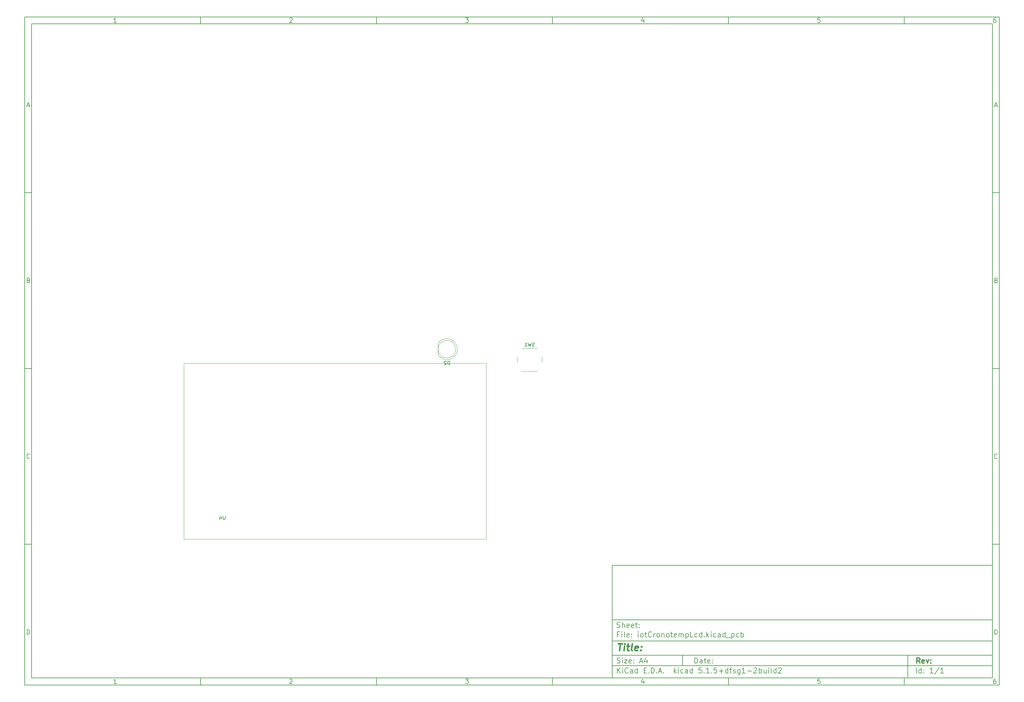
<source format=gbr>
%TF.GenerationSoftware,KiCad,Pcbnew,5.1.5+dfsg1-2build2*%
%TF.CreationDate,2021-01-19T23:04:30+01:00*%
%TF.ProjectId,iotCronotempLcd,696f7443-726f-46e6-9f74-656d704c6364,rev?*%
%TF.SameCoordinates,Original*%
%TF.FileFunction,Legend,Bot*%
%TF.FilePolarity,Positive*%
%FSLAX46Y46*%
G04 Gerber Fmt 4.6, Leading zero omitted, Abs format (unit mm)*
G04 Created by KiCad (PCBNEW 5.1.5+dfsg1-2build2) date 2021-01-19 23:04:30*
%MOMM*%
%LPD*%
G04 APERTURE LIST*
%ADD10C,0.100000*%
%ADD11C,0.150000*%
%ADD12C,0.300000*%
%ADD13C,0.400000*%
%ADD14C,0.120000*%
G04 APERTURE END LIST*
D10*
D11*
X177002200Y-166007200D02*
X177002200Y-198007200D01*
X285002200Y-198007200D01*
X285002200Y-166007200D01*
X177002200Y-166007200D01*
D10*
D11*
X10000000Y-10000000D02*
X10000000Y-200007200D01*
X287002200Y-200007200D01*
X287002200Y-10000000D01*
X10000000Y-10000000D01*
D10*
D11*
X12000000Y-12000000D02*
X12000000Y-198007200D01*
X285002200Y-198007200D01*
X285002200Y-12000000D01*
X12000000Y-12000000D01*
D10*
D11*
X60000000Y-12000000D02*
X60000000Y-10000000D01*
D10*
D11*
X110000000Y-12000000D02*
X110000000Y-10000000D01*
D10*
D11*
X160000000Y-12000000D02*
X160000000Y-10000000D01*
D10*
D11*
X210000000Y-12000000D02*
X210000000Y-10000000D01*
D10*
D11*
X260000000Y-12000000D02*
X260000000Y-10000000D01*
D10*
D11*
X36065476Y-11588095D02*
X35322619Y-11588095D01*
X35694047Y-11588095D02*
X35694047Y-10288095D01*
X35570238Y-10473809D01*
X35446428Y-10597619D01*
X35322619Y-10659523D01*
D10*
D11*
X85322619Y-10411904D02*
X85384523Y-10350000D01*
X85508333Y-10288095D01*
X85817857Y-10288095D01*
X85941666Y-10350000D01*
X86003571Y-10411904D01*
X86065476Y-10535714D01*
X86065476Y-10659523D01*
X86003571Y-10845238D01*
X85260714Y-11588095D01*
X86065476Y-11588095D01*
D10*
D11*
X135260714Y-10288095D02*
X136065476Y-10288095D01*
X135632142Y-10783333D01*
X135817857Y-10783333D01*
X135941666Y-10845238D01*
X136003571Y-10907142D01*
X136065476Y-11030952D01*
X136065476Y-11340476D01*
X136003571Y-11464285D01*
X135941666Y-11526190D01*
X135817857Y-11588095D01*
X135446428Y-11588095D01*
X135322619Y-11526190D01*
X135260714Y-11464285D01*
D10*
D11*
X185941666Y-10721428D02*
X185941666Y-11588095D01*
X185632142Y-10226190D02*
X185322619Y-11154761D01*
X186127380Y-11154761D01*
D10*
D11*
X236003571Y-10288095D02*
X235384523Y-10288095D01*
X235322619Y-10907142D01*
X235384523Y-10845238D01*
X235508333Y-10783333D01*
X235817857Y-10783333D01*
X235941666Y-10845238D01*
X236003571Y-10907142D01*
X236065476Y-11030952D01*
X236065476Y-11340476D01*
X236003571Y-11464285D01*
X235941666Y-11526190D01*
X235817857Y-11588095D01*
X235508333Y-11588095D01*
X235384523Y-11526190D01*
X235322619Y-11464285D01*
D10*
D11*
X285941666Y-10288095D02*
X285694047Y-10288095D01*
X285570238Y-10350000D01*
X285508333Y-10411904D01*
X285384523Y-10597619D01*
X285322619Y-10845238D01*
X285322619Y-11340476D01*
X285384523Y-11464285D01*
X285446428Y-11526190D01*
X285570238Y-11588095D01*
X285817857Y-11588095D01*
X285941666Y-11526190D01*
X286003571Y-11464285D01*
X286065476Y-11340476D01*
X286065476Y-11030952D01*
X286003571Y-10907142D01*
X285941666Y-10845238D01*
X285817857Y-10783333D01*
X285570238Y-10783333D01*
X285446428Y-10845238D01*
X285384523Y-10907142D01*
X285322619Y-11030952D01*
D10*
D11*
X60000000Y-198007200D02*
X60000000Y-200007200D01*
D10*
D11*
X110000000Y-198007200D02*
X110000000Y-200007200D01*
D10*
D11*
X160000000Y-198007200D02*
X160000000Y-200007200D01*
D10*
D11*
X210000000Y-198007200D02*
X210000000Y-200007200D01*
D10*
D11*
X260000000Y-198007200D02*
X260000000Y-200007200D01*
D10*
D11*
X36065476Y-199595295D02*
X35322619Y-199595295D01*
X35694047Y-199595295D02*
X35694047Y-198295295D01*
X35570238Y-198481009D01*
X35446428Y-198604819D01*
X35322619Y-198666723D01*
D10*
D11*
X85322619Y-198419104D02*
X85384523Y-198357200D01*
X85508333Y-198295295D01*
X85817857Y-198295295D01*
X85941666Y-198357200D01*
X86003571Y-198419104D01*
X86065476Y-198542914D01*
X86065476Y-198666723D01*
X86003571Y-198852438D01*
X85260714Y-199595295D01*
X86065476Y-199595295D01*
D10*
D11*
X135260714Y-198295295D02*
X136065476Y-198295295D01*
X135632142Y-198790533D01*
X135817857Y-198790533D01*
X135941666Y-198852438D01*
X136003571Y-198914342D01*
X136065476Y-199038152D01*
X136065476Y-199347676D01*
X136003571Y-199471485D01*
X135941666Y-199533390D01*
X135817857Y-199595295D01*
X135446428Y-199595295D01*
X135322619Y-199533390D01*
X135260714Y-199471485D01*
D10*
D11*
X185941666Y-198728628D02*
X185941666Y-199595295D01*
X185632142Y-198233390D02*
X185322619Y-199161961D01*
X186127380Y-199161961D01*
D10*
D11*
X236003571Y-198295295D02*
X235384523Y-198295295D01*
X235322619Y-198914342D01*
X235384523Y-198852438D01*
X235508333Y-198790533D01*
X235817857Y-198790533D01*
X235941666Y-198852438D01*
X236003571Y-198914342D01*
X236065476Y-199038152D01*
X236065476Y-199347676D01*
X236003571Y-199471485D01*
X235941666Y-199533390D01*
X235817857Y-199595295D01*
X235508333Y-199595295D01*
X235384523Y-199533390D01*
X235322619Y-199471485D01*
D10*
D11*
X285941666Y-198295295D02*
X285694047Y-198295295D01*
X285570238Y-198357200D01*
X285508333Y-198419104D01*
X285384523Y-198604819D01*
X285322619Y-198852438D01*
X285322619Y-199347676D01*
X285384523Y-199471485D01*
X285446428Y-199533390D01*
X285570238Y-199595295D01*
X285817857Y-199595295D01*
X285941666Y-199533390D01*
X286003571Y-199471485D01*
X286065476Y-199347676D01*
X286065476Y-199038152D01*
X286003571Y-198914342D01*
X285941666Y-198852438D01*
X285817857Y-198790533D01*
X285570238Y-198790533D01*
X285446428Y-198852438D01*
X285384523Y-198914342D01*
X285322619Y-199038152D01*
D10*
D11*
X10000000Y-60000000D02*
X12000000Y-60000000D01*
D10*
D11*
X10000000Y-110000000D02*
X12000000Y-110000000D01*
D10*
D11*
X10000000Y-160000000D02*
X12000000Y-160000000D01*
D10*
D11*
X10690476Y-35216666D02*
X11309523Y-35216666D01*
X10566666Y-35588095D02*
X11000000Y-34288095D01*
X11433333Y-35588095D01*
D10*
D11*
X11092857Y-84907142D02*
X11278571Y-84969047D01*
X11340476Y-85030952D01*
X11402380Y-85154761D01*
X11402380Y-85340476D01*
X11340476Y-85464285D01*
X11278571Y-85526190D01*
X11154761Y-85588095D01*
X10659523Y-85588095D01*
X10659523Y-84288095D01*
X11092857Y-84288095D01*
X11216666Y-84350000D01*
X11278571Y-84411904D01*
X11340476Y-84535714D01*
X11340476Y-84659523D01*
X11278571Y-84783333D01*
X11216666Y-84845238D01*
X11092857Y-84907142D01*
X10659523Y-84907142D01*
D10*
D11*
X11402380Y-135464285D02*
X11340476Y-135526190D01*
X11154761Y-135588095D01*
X11030952Y-135588095D01*
X10845238Y-135526190D01*
X10721428Y-135402380D01*
X10659523Y-135278571D01*
X10597619Y-135030952D01*
X10597619Y-134845238D01*
X10659523Y-134597619D01*
X10721428Y-134473809D01*
X10845238Y-134350000D01*
X11030952Y-134288095D01*
X11154761Y-134288095D01*
X11340476Y-134350000D01*
X11402380Y-134411904D01*
D10*
D11*
X10659523Y-185588095D02*
X10659523Y-184288095D01*
X10969047Y-184288095D01*
X11154761Y-184350000D01*
X11278571Y-184473809D01*
X11340476Y-184597619D01*
X11402380Y-184845238D01*
X11402380Y-185030952D01*
X11340476Y-185278571D01*
X11278571Y-185402380D01*
X11154761Y-185526190D01*
X10969047Y-185588095D01*
X10659523Y-185588095D01*
D10*
D11*
X287002200Y-60000000D02*
X285002200Y-60000000D01*
D10*
D11*
X287002200Y-110000000D02*
X285002200Y-110000000D01*
D10*
D11*
X287002200Y-160000000D02*
X285002200Y-160000000D01*
D10*
D11*
X285692676Y-35216666D02*
X286311723Y-35216666D01*
X285568866Y-35588095D02*
X286002200Y-34288095D01*
X286435533Y-35588095D01*
D10*
D11*
X286095057Y-84907142D02*
X286280771Y-84969047D01*
X286342676Y-85030952D01*
X286404580Y-85154761D01*
X286404580Y-85340476D01*
X286342676Y-85464285D01*
X286280771Y-85526190D01*
X286156961Y-85588095D01*
X285661723Y-85588095D01*
X285661723Y-84288095D01*
X286095057Y-84288095D01*
X286218866Y-84350000D01*
X286280771Y-84411904D01*
X286342676Y-84535714D01*
X286342676Y-84659523D01*
X286280771Y-84783333D01*
X286218866Y-84845238D01*
X286095057Y-84907142D01*
X285661723Y-84907142D01*
D10*
D11*
X286404580Y-135464285D02*
X286342676Y-135526190D01*
X286156961Y-135588095D01*
X286033152Y-135588095D01*
X285847438Y-135526190D01*
X285723628Y-135402380D01*
X285661723Y-135278571D01*
X285599819Y-135030952D01*
X285599819Y-134845238D01*
X285661723Y-134597619D01*
X285723628Y-134473809D01*
X285847438Y-134350000D01*
X286033152Y-134288095D01*
X286156961Y-134288095D01*
X286342676Y-134350000D01*
X286404580Y-134411904D01*
D10*
D11*
X285661723Y-185588095D02*
X285661723Y-184288095D01*
X285971247Y-184288095D01*
X286156961Y-184350000D01*
X286280771Y-184473809D01*
X286342676Y-184597619D01*
X286404580Y-184845238D01*
X286404580Y-185030952D01*
X286342676Y-185278571D01*
X286280771Y-185402380D01*
X286156961Y-185526190D01*
X285971247Y-185588095D01*
X285661723Y-185588095D01*
D10*
D11*
X200434342Y-193785771D02*
X200434342Y-192285771D01*
X200791485Y-192285771D01*
X201005771Y-192357200D01*
X201148628Y-192500057D01*
X201220057Y-192642914D01*
X201291485Y-192928628D01*
X201291485Y-193142914D01*
X201220057Y-193428628D01*
X201148628Y-193571485D01*
X201005771Y-193714342D01*
X200791485Y-193785771D01*
X200434342Y-193785771D01*
X202577200Y-193785771D02*
X202577200Y-193000057D01*
X202505771Y-192857200D01*
X202362914Y-192785771D01*
X202077200Y-192785771D01*
X201934342Y-192857200D01*
X202577200Y-193714342D02*
X202434342Y-193785771D01*
X202077200Y-193785771D01*
X201934342Y-193714342D01*
X201862914Y-193571485D01*
X201862914Y-193428628D01*
X201934342Y-193285771D01*
X202077200Y-193214342D01*
X202434342Y-193214342D01*
X202577200Y-193142914D01*
X203077200Y-192785771D02*
X203648628Y-192785771D01*
X203291485Y-192285771D02*
X203291485Y-193571485D01*
X203362914Y-193714342D01*
X203505771Y-193785771D01*
X203648628Y-193785771D01*
X204720057Y-193714342D02*
X204577200Y-193785771D01*
X204291485Y-193785771D01*
X204148628Y-193714342D01*
X204077200Y-193571485D01*
X204077200Y-193000057D01*
X204148628Y-192857200D01*
X204291485Y-192785771D01*
X204577200Y-192785771D01*
X204720057Y-192857200D01*
X204791485Y-193000057D01*
X204791485Y-193142914D01*
X204077200Y-193285771D01*
X205434342Y-193642914D02*
X205505771Y-193714342D01*
X205434342Y-193785771D01*
X205362914Y-193714342D01*
X205434342Y-193642914D01*
X205434342Y-193785771D01*
X205434342Y-192857200D02*
X205505771Y-192928628D01*
X205434342Y-193000057D01*
X205362914Y-192928628D01*
X205434342Y-192857200D01*
X205434342Y-193000057D01*
D10*
D11*
X177002200Y-194507200D02*
X285002200Y-194507200D01*
D10*
D11*
X178434342Y-196585771D02*
X178434342Y-195085771D01*
X179291485Y-196585771D02*
X178648628Y-195728628D01*
X179291485Y-195085771D02*
X178434342Y-195942914D01*
X179934342Y-196585771D02*
X179934342Y-195585771D01*
X179934342Y-195085771D02*
X179862914Y-195157200D01*
X179934342Y-195228628D01*
X180005771Y-195157200D01*
X179934342Y-195085771D01*
X179934342Y-195228628D01*
X181505771Y-196442914D02*
X181434342Y-196514342D01*
X181220057Y-196585771D01*
X181077200Y-196585771D01*
X180862914Y-196514342D01*
X180720057Y-196371485D01*
X180648628Y-196228628D01*
X180577200Y-195942914D01*
X180577200Y-195728628D01*
X180648628Y-195442914D01*
X180720057Y-195300057D01*
X180862914Y-195157200D01*
X181077200Y-195085771D01*
X181220057Y-195085771D01*
X181434342Y-195157200D01*
X181505771Y-195228628D01*
X182791485Y-196585771D02*
X182791485Y-195800057D01*
X182720057Y-195657200D01*
X182577200Y-195585771D01*
X182291485Y-195585771D01*
X182148628Y-195657200D01*
X182791485Y-196514342D02*
X182648628Y-196585771D01*
X182291485Y-196585771D01*
X182148628Y-196514342D01*
X182077200Y-196371485D01*
X182077200Y-196228628D01*
X182148628Y-196085771D01*
X182291485Y-196014342D01*
X182648628Y-196014342D01*
X182791485Y-195942914D01*
X184148628Y-196585771D02*
X184148628Y-195085771D01*
X184148628Y-196514342D02*
X184005771Y-196585771D01*
X183720057Y-196585771D01*
X183577200Y-196514342D01*
X183505771Y-196442914D01*
X183434342Y-196300057D01*
X183434342Y-195871485D01*
X183505771Y-195728628D01*
X183577200Y-195657200D01*
X183720057Y-195585771D01*
X184005771Y-195585771D01*
X184148628Y-195657200D01*
X186005771Y-195800057D02*
X186505771Y-195800057D01*
X186720057Y-196585771D02*
X186005771Y-196585771D01*
X186005771Y-195085771D01*
X186720057Y-195085771D01*
X187362914Y-196442914D02*
X187434342Y-196514342D01*
X187362914Y-196585771D01*
X187291485Y-196514342D01*
X187362914Y-196442914D01*
X187362914Y-196585771D01*
X188077200Y-196585771D02*
X188077200Y-195085771D01*
X188434342Y-195085771D01*
X188648628Y-195157200D01*
X188791485Y-195300057D01*
X188862914Y-195442914D01*
X188934342Y-195728628D01*
X188934342Y-195942914D01*
X188862914Y-196228628D01*
X188791485Y-196371485D01*
X188648628Y-196514342D01*
X188434342Y-196585771D01*
X188077200Y-196585771D01*
X189577200Y-196442914D02*
X189648628Y-196514342D01*
X189577200Y-196585771D01*
X189505771Y-196514342D01*
X189577200Y-196442914D01*
X189577200Y-196585771D01*
X190220057Y-196157200D02*
X190934342Y-196157200D01*
X190077200Y-196585771D02*
X190577200Y-195085771D01*
X191077200Y-196585771D01*
X191577200Y-196442914D02*
X191648628Y-196514342D01*
X191577200Y-196585771D01*
X191505771Y-196514342D01*
X191577200Y-196442914D01*
X191577200Y-196585771D01*
X194577200Y-196585771D02*
X194577200Y-195085771D01*
X194720057Y-196014342D02*
X195148628Y-196585771D01*
X195148628Y-195585771D02*
X194577200Y-196157200D01*
X195791485Y-196585771D02*
X195791485Y-195585771D01*
X195791485Y-195085771D02*
X195720057Y-195157200D01*
X195791485Y-195228628D01*
X195862914Y-195157200D01*
X195791485Y-195085771D01*
X195791485Y-195228628D01*
X197148628Y-196514342D02*
X197005771Y-196585771D01*
X196720057Y-196585771D01*
X196577200Y-196514342D01*
X196505771Y-196442914D01*
X196434342Y-196300057D01*
X196434342Y-195871485D01*
X196505771Y-195728628D01*
X196577200Y-195657200D01*
X196720057Y-195585771D01*
X197005771Y-195585771D01*
X197148628Y-195657200D01*
X198434342Y-196585771D02*
X198434342Y-195800057D01*
X198362914Y-195657200D01*
X198220057Y-195585771D01*
X197934342Y-195585771D01*
X197791485Y-195657200D01*
X198434342Y-196514342D02*
X198291485Y-196585771D01*
X197934342Y-196585771D01*
X197791485Y-196514342D01*
X197720057Y-196371485D01*
X197720057Y-196228628D01*
X197791485Y-196085771D01*
X197934342Y-196014342D01*
X198291485Y-196014342D01*
X198434342Y-195942914D01*
X199791485Y-196585771D02*
X199791485Y-195085771D01*
X199791485Y-196514342D02*
X199648628Y-196585771D01*
X199362914Y-196585771D01*
X199220057Y-196514342D01*
X199148628Y-196442914D01*
X199077200Y-196300057D01*
X199077200Y-195871485D01*
X199148628Y-195728628D01*
X199220057Y-195657200D01*
X199362914Y-195585771D01*
X199648628Y-195585771D01*
X199791485Y-195657200D01*
X202362914Y-195085771D02*
X201648628Y-195085771D01*
X201577200Y-195800057D01*
X201648628Y-195728628D01*
X201791485Y-195657200D01*
X202148628Y-195657200D01*
X202291485Y-195728628D01*
X202362914Y-195800057D01*
X202434342Y-195942914D01*
X202434342Y-196300057D01*
X202362914Y-196442914D01*
X202291485Y-196514342D01*
X202148628Y-196585771D01*
X201791485Y-196585771D01*
X201648628Y-196514342D01*
X201577200Y-196442914D01*
X203077200Y-196442914D02*
X203148628Y-196514342D01*
X203077200Y-196585771D01*
X203005771Y-196514342D01*
X203077200Y-196442914D01*
X203077200Y-196585771D01*
X204577200Y-196585771D02*
X203720057Y-196585771D01*
X204148628Y-196585771D02*
X204148628Y-195085771D01*
X204005771Y-195300057D01*
X203862914Y-195442914D01*
X203720057Y-195514342D01*
X205220057Y-196442914D02*
X205291485Y-196514342D01*
X205220057Y-196585771D01*
X205148628Y-196514342D01*
X205220057Y-196442914D01*
X205220057Y-196585771D01*
X206648628Y-195085771D02*
X205934342Y-195085771D01*
X205862914Y-195800057D01*
X205934342Y-195728628D01*
X206077200Y-195657200D01*
X206434342Y-195657200D01*
X206577200Y-195728628D01*
X206648628Y-195800057D01*
X206720057Y-195942914D01*
X206720057Y-196300057D01*
X206648628Y-196442914D01*
X206577200Y-196514342D01*
X206434342Y-196585771D01*
X206077200Y-196585771D01*
X205934342Y-196514342D01*
X205862914Y-196442914D01*
X207362914Y-196014342D02*
X208505771Y-196014342D01*
X207934342Y-196585771D02*
X207934342Y-195442914D01*
X209862914Y-196585771D02*
X209862914Y-195085771D01*
X209862914Y-196514342D02*
X209720057Y-196585771D01*
X209434342Y-196585771D01*
X209291485Y-196514342D01*
X209220057Y-196442914D01*
X209148628Y-196300057D01*
X209148628Y-195871485D01*
X209220057Y-195728628D01*
X209291485Y-195657200D01*
X209434342Y-195585771D01*
X209720057Y-195585771D01*
X209862914Y-195657200D01*
X210362914Y-195585771D02*
X210934342Y-195585771D01*
X210577200Y-196585771D02*
X210577200Y-195300057D01*
X210648628Y-195157200D01*
X210791485Y-195085771D01*
X210934342Y-195085771D01*
X211362914Y-196514342D02*
X211505771Y-196585771D01*
X211791485Y-196585771D01*
X211934342Y-196514342D01*
X212005771Y-196371485D01*
X212005771Y-196300057D01*
X211934342Y-196157200D01*
X211791485Y-196085771D01*
X211577200Y-196085771D01*
X211434342Y-196014342D01*
X211362914Y-195871485D01*
X211362914Y-195800057D01*
X211434342Y-195657200D01*
X211577200Y-195585771D01*
X211791485Y-195585771D01*
X211934342Y-195657200D01*
X213291485Y-195585771D02*
X213291485Y-196800057D01*
X213220057Y-196942914D01*
X213148628Y-197014342D01*
X213005771Y-197085771D01*
X212791485Y-197085771D01*
X212648628Y-197014342D01*
X213291485Y-196514342D02*
X213148628Y-196585771D01*
X212862914Y-196585771D01*
X212720057Y-196514342D01*
X212648628Y-196442914D01*
X212577200Y-196300057D01*
X212577200Y-195871485D01*
X212648628Y-195728628D01*
X212720057Y-195657200D01*
X212862914Y-195585771D01*
X213148628Y-195585771D01*
X213291485Y-195657200D01*
X214791485Y-196585771D02*
X213934342Y-196585771D01*
X214362914Y-196585771D02*
X214362914Y-195085771D01*
X214220057Y-195300057D01*
X214077200Y-195442914D01*
X213934342Y-195514342D01*
X215434342Y-196014342D02*
X216577200Y-196014342D01*
X217220057Y-195228628D02*
X217291485Y-195157200D01*
X217434342Y-195085771D01*
X217791485Y-195085771D01*
X217934342Y-195157200D01*
X218005771Y-195228628D01*
X218077200Y-195371485D01*
X218077200Y-195514342D01*
X218005771Y-195728628D01*
X217148628Y-196585771D01*
X218077200Y-196585771D01*
X218720057Y-196585771D02*
X218720057Y-195085771D01*
X218720057Y-195657200D02*
X218862914Y-195585771D01*
X219148628Y-195585771D01*
X219291485Y-195657200D01*
X219362914Y-195728628D01*
X219434342Y-195871485D01*
X219434342Y-196300057D01*
X219362914Y-196442914D01*
X219291485Y-196514342D01*
X219148628Y-196585771D01*
X218862914Y-196585771D01*
X218720057Y-196514342D01*
X220720057Y-195585771D02*
X220720057Y-196585771D01*
X220077200Y-195585771D02*
X220077200Y-196371485D01*
X220148628Y-196514342D01*
X220291485Y-196585771D01*
X220505771Y-196585771D01*
X220648628Y-196514342D01*
X220720057Y-196442914D01*
X221434342Y-196585771D02*
X221434342Y-195585771D01*
X221434342Y-195085771D02*
X221362914Y-195157200D01*
X221434342Y-195228628D01*
X221505771Y-195157200D01*
X221434342Y-195085771D01*
X221434342Y-195228628D01*
X222362914Y-196585771D02*
X222220057Y-196514342D01*
X222148628Y-196371485D01*
X222148628Y-195085771D01*
X223577200Y-196585771D02*
X223577200Y-195085771D01*
X223577200Y-196514342D02*
X223434342Y-196585771D01*
X223148628Y-196585771D01*
X223005771Y-196514342D01*
X222934342Y-196442914D01*
X222862914Y-196300057D01*
X222862914Y-195871485D01*
X222934342Y-195728628D01*
X223005771Y-195657200D01*
X223148628Y-195585771D01*
X223434342Y-195585771D01*
X223577200Y-195657200D01*
X224220057Y-195228628D02*
X224291485Y-195157200D01*
X224434342Y-195085771D01*
X224791485Y-195085771D01*
X224934342Y-195157200D01*
X225005771Y-195228628D01*
X225077200Y-195371485D01*
X225077200Y-195514342D01*
X225005771Y-195728628D01*
X224148628Y-196585771D01*
X225077200Y-196585771D01*
D10*
D11*
X177002200Y-191507200D02*
X285002200Y-191507200D01*
D10*
D12*
X264411485Y-193785771D02*
X263911485Y-193071485D01*
X263554342Y-193785771D02*
X263554342Y-192285771D01*
X264125771Y-192285771D01*
X264268628Y-192357200D01*
X264340057Y-192428628D01*
X264411485Y-192571485D01*
X264411485Y-192785771D01*
X264340057Y-192928628D01*
X264268628Y-193000057D01*
X264125771Y-193071485D01*
X263554342Y-193071485D01*
X265625771Y-193714342D02*
X265482914Y-193785771D01*
X265197200Y-193785771D01*
X265054342Y-193714342D01*
X264982914Y-193571485D01*
X264982914Y-193000057D01*
X265054342Y-192857200D01*
X265197200Y-192785771D01*
X265482914Y-192785771D01*
X265625771Y-192857200D01*
X265697200Y-193000057D01*
X265697200Y-193142914D01*
X264982914Y-193285771D01*
X266197200Y-192785771D02*
X266554342Y-193785771D01*
X266911485Y-192785771D01*
X267482914Y-193642914D02*
X267554342Y-193714342D01*
X267482914Y-193785771D01*
X267411485Y-193714342D01*
X267482914Y-193642914D01*
X267482914Y-193785771D01*
X267482914Y-192857200D02*
X267554342Y-192928628D01*
X267482914Y-193000057D01*
X267411485Y-192928628D01*
X267482914Y-192857200D01*
X267482914Y-193000057D01*
D10*
D11*
X178362914Y-193714342D02*
X178577200Y-193785771D01*
X178934342Y-193785771D01*
X179077200Y-193714342D01*
X179148628Y-193642914D01*
X179220057Y-193500057D01*
X179220057Y-193357200D01*
X179148628Y-193214342D01*
X179077200Y-193142914D01*
X178934342Y-193071485D01*
X178648628Y-193000057D01*
X178505771Y-192928628D01*
X178434342Y-192857200D01*
X178362914Y-192714342D01*
X178362914Y-192571485D01*
X178434342Y-192428628D01*
X178505771Y-192357200D01*
X178648628Y-192285771D01*
X179005771Y-192285771D01*
X179220057Y-192357200D01*
X179862914Y-193785771D02*
X179862914Y-192785771D01*
X179862914Y-192285771D02*
X179791485Y-192357200D01*
X179862914Y-192428628D01*
X179934342Y-192357200D01*
X179862914Y-192285771D01*
X179862914Y-192428628D01*
X180434342Y-192785771D02*
X181220057Y-192785771D01*
X180434342Y-193785771D01*
X181220057Y-193785771D01*
X182362914Y-193714342D02*
X182220057Y-193785771D01*
X181934342Y-193785771D01*
X181791485Y-193714342D01*
X181720057Y-193571485D01*
X181720057Y-193000057D01*
X181791485Y-192857200D01*
X181934342Y-192785771D01*
X182220057Y-192785771D01*
X182362914Y-192857200D01*
X182434342Y-193000057D01*
X182434342Y-193142914D01*
X181720057Y-193285771D01*
X183077200Y-193642914D02*
X183148628Y-193714342D01*
X183077200Y-193785771D01*
X183005771Y-193714342D01*
X183077200Y-193642914D01*
X183077200Y-193785771D01*
X183077200Y-192857200D02*
X183148628Y-192928628D01*
X183077200Y-193000057D01*
X183005771Y-192928628D01*
X183077200Y-192857200D01*
X183077200Y-193000057D01*
X184862914Y-193357200D02*
X185577200Y-193357200D01*
X184720057Y-193785771D02*
X185220057Y-192285771D01*
X185720057Y-193785771D01*
X186862914Y-192785771D02*
X186862914Y-193785771D01*
X186505771Y-192214342D02*
X186148628Y-193285771D01*
X187077200Y-193285771D01*
D10*
D11*
X263434342Y-196585771D02*
X263434342Y-195085771D01*
X264791485Y-196585771D02*
X264791485Y-195085771D01*
X264791485Y-196514342D02*
X264648628Y-196585771D01*
X264362914Y-196585771D01*
X264220057Y-196514342D01*
X264148628Y-196442914D01*
X264077200Y-196300057D01*
X264077200Y-195871485D01*
X264148628Y-195728628D01*
X264220057Y-195657200D01*
X264362914Y-195585771D01*
X264648628Y-195585771D01*
X264791485Y-195657200D01*
X265505771Y-196442914D02*
X265577200Y-196514342D01*
X265505771Y-196585771D01*
X265434342Y-196514342D01*
X265505771Y-196442914D01*
X265505771Y-196585771D01*
X265505771Y-195657200D02*
X265577200Y-195728628D01*
X265505771Y-195800057D01*
X265434342Y-195728628D01*
X265505771Y-195657200D01*
X265505771Y-195800057D01*
X268148628Y-196585771D02*
X267291485Y-196585771D01*
X267720057Y-196585771D02*
X267720057Y-195085771D01*
X267577200Y-195300057D01*
X267434342Y-195442914D01*
X267291485Y-195514342D01*
X269862914Y-195014342D02*
X268577200Y-196942914D01*
X271148628Y-196585771D02*
X270291485Y-196585771D01*
X270720057Y-196585771D02*
X270720057Y-195085771D01*
X270577200Y-195300057D01*
X270434342Y-195442914D01*
X270291485Y-195514342D01*
D10*
D11*
X177002200Y-187507200D02*
X285002200Y-187507200D01*
D10*
D13*
X178714580Y-188211961D02*
X179857438Y-188211961D01*
X179036009Y-190211961D02*
X179286009Y-188211961D01*
X180274104Y-190211961D02*
X180440771Y-188878628D01*
X180524104Y-188211961D02*
X180416961Y-188307200D01*
X180500295Y-188402438D01*
X180607438Y-188307200D01*
X180524104Y-188211961D01*
X180500295Y-188402438D01*
X181107438Y-188878628D02*
X181869342Y-188878628D01*
X181476485Y-188211961D02*
X181262200Y-189926247D01*
X181333628Y-190116723D01*
X181512200Y-190211961D01*
X181702676Y-190211961D01*
X182655057Y-190211961D02*
X182476485Y-190116723D01*
X182405057Y-189926247D01*
X182619342Y-188211961D01*
X184190771Y-190116723D02*
X183988390Y-190211961D01*
X183607438Y-190211961D01*
X183428866Y-190116723D01*
X183357438Y-189926247D01*
X183452676Y-189164342D01*
X183571723Y-188973866D01*
X183774104Y-188878628D01*
X184155057Y-188878628D01*
X184333628Y-188973866D01*
X184405057Y-189164342D01*
X184381247Y-189354819D01*
X183405057Y-189545295D01*
X185155057Y-190021485D02*
X185238390Y-190116723D01*
X185131247Y-190211961D01*
X185047914Y-190116723D01*
X185155057Y-190021485D01*
X185131247Y-190211961D01*
X185286009Y-188973866D02*
X185369342Y-189069104D01*
X185262200Y-189164342D01*
X185178866Y-189069104D01*
X185286009Y-188973866D01*
X185262200Y-189164342D01*
D10*
D11*
X178934342Y-185600057D02*
X178434342Y-185600057D01*
X178434342Y-186385771D02*
X178434342Y-184885771D01*
X179148628Y-184885771D01*
X179720057Y-186385771D02*
X179720057Y-185385771D01*
X179720057Y-184885771D02*
X179648628Y-184957200D01*
X179720057Y-185028628D01*
X179791485Y-184957200D01*
X179720057Y-184885771D01*
X179720057Y-185028628D01*
X180648628Y-186385771D02*
X180505771Y-186314342D01*
X180434342Y-186171485D01*
X180434342Y-184885771D01*
X181791485Y-186314342D02*
X181648628Y-186385771D01*
X181362914Y-186385771D01*
X181220057Y-186314342D01*
X181148628Y-186171485D01*
X181148628Y-185600057D01*
X181220057Y-185457200D01*
X181362914Y-185385771D01*
X181648628Y-185385771D01*
X181791485Y-185457200D01*
X181862914Y-185600057D01*
X181862914Y-185742914D01*
X181148628Y-185885771D01*
X182505771Y-186242914D02*
X182577200Y-186314342D01*
X182505771Y-186385771D01*
X182434342Y-186314342D01*
X182505771Y-186242914D01*
X182505771Y-186385771D01*
X182505771Y-185457200D02*
X182577200Y-185528628D01*
X182505771Y-185600057D01*
X182434342Y-185528628D01*
X182505771Y-185457200D01*
X182505771Y-185600057D01*
X184362914Y-186385771D02*
X184362914Y-185385771D01*
X184362914Y-184885771D02*
X184291485Y-184957200D01*
X184362914Y-185028628D01*
X184434342Y-184957200D01*
X184362914Y-184885771D01*
X184362914Y-185028628D01*
X185291485Y-186385771D02*
X185148628Y-186314342D01*
X185077200Y-186242914D01*
X185005771Y-186100057D01*
X185005771Y-185671485D01*
X185077200Y-185528628D01*
X185148628Y-185457200D01*
X185291485Y-185385771D01*
X185505771Y-185385771D01*
X185648628Y-185457200D01*
X185720057Y-185528628D01*
X185791485Y-185671485D01*
X185791485Y-186100057D01*
X185720057Y-186242914D01*
X185648628Y-186314342D01*
X185505771Y-186385771D01*
X185291485Y-186385771D01*
X186220057Y-185385771D02*
X186791485Y-185385771D01*
X186434342Y-184885771D02*
X186434342Y-186171485D01*
X186505771Y-186314342D01*
X186648628Y-186385771D01*
X186791485Y-186385771D01*
X188148628Y-186242914D02*
X188077200Y-186314342D01*
X187862914Y-186385771D01*
X187720057Y-186385771D01*
X187505771Y-186314342D01*
X187362914Y-186171485D01*
X187291485Y-186028628D01*
X187220057Y-185742914D01*
X187220057Y-185528628D01*
X187291485Y-185242914D01*
X187362914Y-185100057D01*
X187505771Y-184957200D01*
X187720057Y-184885771D01*
X187862914Y-184885771D01*
X188077200Y-184957200D01*
X188148628Y-185028628D01*
X188791485Y-186385771D02*
X188791485Y-185385771D01*
X188791485Y-185671485D02*
X188862914Y-185528628D01*
X188934342Y-185457200D01*
X189077200Y-185385771D01*
X189220057Y-185385771D01*
X189934342Y-186385771D02*
X189791485Y-186314342D01*
X189720057Y-186242914D01*
X189648628Y-186100057D01*
X189648628Y-185671485D01*
X189720057Y-185528628D01*
X189791485Y-185457200D01*
X189934342Y-185385771D01*
X190148628Y-185385771D01*
X190291485Y-185457200D01*
X190362914Y-185528628D01*
X190434342Y-185671485D01*
X190434342Y-186100057D01*
X190362914Y-186242914D01*
X190291485Y-186314342D01*
X190148628Y-186385771D01*
X189934342Y-186385771D01*
X191077200Y-185385771D02*
X191077200Y-186385771D01*
X191077200Y-185528628D02*
X191148628Y-185457200D01*
X191291485Y-185385771D01*
X191505771Y-185385771D01*
X191648628Y-185457200D01*
X191720057Y-185600057D01*
X191720057Y-186385771D01*
X192648628Y-186385771D02*
X192505771Y-186314342D01*
X192434342Y-186242914D01*
X192362914Y-186100057D01*
X192362914Y-185671485D01*
X192434342Y-185528628D01*
X192505771Y-185457200D01*
X192648628Y-185385771D01*
X192862914Y-185385771D01*
X193005771Y-185457200D01*
X193077200Y-185528628D01*
X193148628Y-185671485D01*
X193148628Y-186100057D01*
X193077200Y-186242914D01*
X193005771Y-186314342D01*
X192862914Y-186385771D01*
X192648628Y-186385771D01*
X193577200Y-185385771D02*
X194148628Y-185385771D01*
X193791485Y-184885771D02*
X193791485Y-186171485D01*
X193862914Y-186314342D01*
X194005771Y-186385771D01*
X194148628Y-186385771D01*
X195220057Y-186314342D02*
X195077200Y-186385771D01*
X194791485Y-186385771D01*
X194648628Y-186314342D01*
X194577200Y-186171485D01*
X194577200Y-185600057D01*
X194648628Y-185457200D01*
X194791485Y-185385771D01*
X195077200Y-185385771D01*
X195220057Y-185457200D01*
X195291485Y-185600057D01*
X195291485Y-185742914D01*
X194577200Y-185885771D01*
X195934342Y-186385771D02*
X195934342Y-185385771D01*
X195934342Y-185528628D02*
X196005771Y-185457200D01*
X196148628Y-185385771D01*
X196362914Y-185385771D01*
X196505771Y-185457200D01*
X196577200Y-185600057D01*
X196577200Y-186385771D01*
X196577200Y-185600057D02*
X196648628Y-185457200D01*
X196791485Y-185385771D01*
X197005771Y-185385771D01*
X197148628Y-185457200D01*
X197220057Y-185600057D01*
X197220057Y-186385771D01*
X197934342Y-185385771D02*
X197934342Y-186885771D01*
X197934342Y-185457200D02*
X198077200Y-185385771D01*
X198362914Y-185385771D01*
X198505771Y-185457200D01*
X198577200Y-185528628D01*
X198648628Y-185671485D01*
X198648628Y-186100057D01*
X198577200Y-186242914D01*
X198505771Y-186314342D01*
X198362914Y-186385771D01*
X198077200Y-186385771D01*
X197934342Y-186314342D01*
X200005771Y-186385771D02*
X199291485Y-186385771D01*
X199291485Y-184885771D01*
X201148628Y-186314342D02*
X201005771Y-186385771D01*
X200720057Y-186385771D01*
X200577200Y-186314342D01*
X200505771Y-186242914D01*
X200434342Y-186100057D01*
X200434342Y-185671485D01*
X200505771Y-185528628D01*
X200577200Y-185457200D01*
X200720057Y-185385771D01*
X201005771Y-185385771D01*
X201148628Y-185457200D01*
X202434342Y-186385771D02*
X202434342Y-184885771D01*
X202434342Y-186314342D02*
X202291485Y-186385771D01*
X202005771Y-186385771D01*
X201862914Y-186314342D01*
X201791485Y-186242914D01*
X201720057Y-186100057D01*
X201720057Y-185671485D01*
X201791485Y-185528628D01*
X201862914Y-185457200D01*
X202005771Y-185385771D01*
X202291485Y-185385771D01*
X202434342Y-185457200D01*
X203148628Y-186242914D02*
X203220057Y-186314342D01*
X203148628Y-186385771D01*
X203077200Y-186314342D01*
X203148628Y-186242914D01*
X203148628Y-186385771D01*
X203862914Y-186385771D02*
X203862914Y-184885771D01*
X204005771Y-185814342D02*
X204434342Y-186385771D01*
X204434342Y-185385771D02*
X203862914Y-185957200D01*
X205077200Y-186385771D02*
X205077200Y-185385771D01*
X205077200Y-184885771D02*
X205005771Y-184957200D01*
X205077200Y-185028628D01*
X205148628Y-184957200D01*
X205077200Y-184885771D01*
X205077200Y-185028628D01*
X206434342Y-186314342D02*
X206291485Y-186385771D01*
X206005771Y-186385771D01*
X205862914Y-186314342D01*
X205791485Y-186242914D01*
X205720057Y-186100057D01*
X205720057Y-185671485D01*
X205791485Y-185528628D01*
X205862914Y-185457200D01*
X206005771Y-185385771D01*
X206291485Y-185385771D01*
X206434342Y-185457200D01*
X207720057Y-186385771D02*
X207720057Y-185600057D01*
X207648628Y-185457200D01*
X207505771Y-185385771D01*
X207220057Y-185385771D01*
X207077200Y-185457200D01*
X207720057Y-186314342D02*
X207577200Y-186385771D01*
X207220057Y-186385771D01*
X207077200Y-186314342D01*
X207005771Y-186171485D01*
X207005771Y-186028628D01*
X207077200Y-185885771D01*
X207220057Y-185814342D01*
X207577200Y-185814342D01*
X207720057Y-185742914D01*
X209077200Y-186385771D02*
X209077200Y-184885771D01*
X209077200Y-186314342D02*
X208934342Y-186385771D01*
X208648628Y-186385771D01*
X208505771Y-186314342D01*
X208434342Y-186242914D01*
X208362914Y-186100057D01*
X208362914Y-185671485D01*
X208434342Y-185528628D01*
X208505771Y-185457200D01*
X208648628Y-185385771D01*
X208934342Y-185385771D01*
X209077200Y-185457200D01*
X209434342Y-186528628D02*
X210577200Y-186528628D01*
X210934342Y-185385771D02*
X210934342Y-186885771D01*
X210934342Y-185457200D02*
X211077200Y-185385771D01*
X211362914Y-185385771D01*
X211505771Y-185457200D01*
X211577200Y-185528628D01*
X211648628Y-185671485D01*
X211648628Y-186100057D01*
X211577200Y-186242914D01*
X211505771Y-186314342D01*
X211362914Y-186385771D01*
X211077200Y-186385771D01*
X210934342Y-186314342D01*
X212934342Y-186314342D02*
X212791485Y-186385771D01*
X212505771Y-186385771D01*
X212362914Y-186314342D01*
X212291485Y-186242914D01*
X212220057Y-186100057D01*
X212220057Y-185671485D01*
X212291485Y-185528628D01*
X212362914Y-185457200D01*
X212505771Y-185385771D01*
X212791485Y-185385771D01*
X212934342Y-185457200D01*
X213577200Y-186385771D02*
X213577200Y-184885771D01*
X213577200Y-185457200D02*
X213720057Y-185385771D01*
X214005771Y-185385771D01*
X214148628Y-185457200D01*
X214220057Y-185528628D01*
X214291485Y-185671485D01*
X214291485Y-186100057D01*
X214220057Y-186242914D01*
X214148628Y-186314342D01*
X214005771Y-186385771D01*
X213720057Y-186385771D01*
X213577200Y-186314342D01*
D10*
D11*
X177002200Y-181507200D02*
X285002200Y-181507200D01*
D10*
D11*
X178362914Y-183614342D02*
X178577200Y-183685771D01*
X178934342Y-183685771D01*
X179077200Y-183614342D01*
X179148628Y-183542914D01*
X179220057Y-183400057D01*
X179220057Y-183257200D01*
X179148628Y-183114342D01*
X179077200Y-183042914D01*
X178934342Y-182971485D01*
X178648628Y-182900057D01*
X178505771Y-182828628D01*
X178434342Y-182757200D01*
X178362914Y-182614342D01*
X178362914Y-182471485D01*
X178434342Y-182328628D01*
X178505771Y-182257200D01*
X178648628Y-182185771D01*
X179005771Y-182185771D01*
X179220057Y-182257200D01*
X179862914Y-183685771D02*
X179862914Y-182185771D01*
X180505771Y-183685771D02*
X180505771Y-182900057D01*
X180434342Y-182757200D01*
X180291485Y-182685771D01*
X180077200Y-182685771D01*
X179934342Y-182757200D01*
X179862914Y-182828628D01*
X181791485Y-183614342D02*
X181648628Y-183685771D01*
X181362914Y-183685771D01*
X181220057Y-183614342D01*
X181148628Y-183471485D01*
X181148628Y-182900057D01*
X181220057Y-182757200D01*
X181362914Y-182685771D01*
X181648628Y-182685771D01*
X181791485Y-182757200D01*
X181862914Y-182900057D01*
X181862914Y-183042914D01*
X181148628Y-183185771D01*
X183077200Y-183614342D02*
X182934342Y-183685771D01*
X182648628Y-183685771D01*
X182505771Y-183614342D01*
X182434342Y-183471485D01*
X182434342Y-182900057D01*
X182505771Y-182757200D01*
X182648628Y-182685771D01*
X182934342Y-182685771D01*
X183077200Y-182757200D01*
X183148628Y-182900057D01*
X183148628Y-183042914D01*
X182434342Y-183185771D01*
X183577200Y-182685771D02*
X184148628Y-182685771D01*
X183791485Y-182185771D02*
X183791485Y-183471485D01*
X183862914Y-183614342D01*
X184005771Y-183685771D01*
X184148628Y-183685771D01*
X184648628Y-183542914D02*
X184720057Y-183614342D01*
X184648628Y-183685771D01*
X184577200Y-183614342D01*
X184648628Y-183542914D01*
X184648628Y-183685771D01*
X184648628Y-182757200D02*
X184720057Y-182828628D01*
X184648628Y-182900057D01*
X184577200Y-182828628D01*
X184648628Y-182757200D01*
X184648628Y-182900057D01*
D10*
D11*
X197002200Y-191507200D02*
X197002200Y-194507200D01*
D10*
D11*
X261002200Y-191507200D02*
X261002200Y-198007200D01*
D14*
%TO.C,U4*%
X55200000Y-108500000D02*
X55200000Y-158500000D01*
X141200000Y-108500000D02*
X55200000Y-108500000D01*
X141200000Y-158500000D02*
X141200000Y-108500000D01*
X55200000Y-158500000D02*
X141200000Y-158500000D01*
%TO.C,D2*%
X127440000Y-106045000D02*
X127440000Y-102955000D01*
X132500000Y-104500000D02*
G75*
G03X132500000Y-104500000I-2500000J0D01*
G01*
X132990000Y-104500462D02*
G75*
G03X127440000Y-102955170I-2990000J462D01*
G01*
X132990000Y-104499538D02*
G75*
G02X127440000Y-106044830I-2990000J-462D01*
G01*
%TO.C,SW1*%
X150000000Y-108250000D02*
X150000000Y-106750000D01*
X151250000Y-104250000D02*
X155750000Y-104250000D01*
X157000000Y-106750000D02*
X157000000Y-108250000D01*
X155750000Y-110750000D02*
X151250000Y-110750000D01*
%TO.C,U4*%
D11*
X66961904Y-151952380D02*
X66961904Y-152761904D01*
X66914285Y-152857142D01*
X66866666Y-152904761D01*
X66771428Y-152952380D01*
X66580952Y-152952380D01*
X66485714Y-152904761D01*
X66438095Y-152857142D01*
X66390476Y-152761904D01*
X66390476Y-151952380D01*
X65485714Y-152285714D02*
X65485714Y-152952380D01*
X65723809Y-151904761D02*
X65961904Y-152619047D01*
X65342857Y-152619047D01*
%TO.C,D2*%
X130738095Y-108912380D02*
X130738095Y-107912380D01*
X130500000Y-107912380D01*
X130357142Y-107960000D01*
X130261904Y-108055238D01*
X130214285Y-108150476D01*
X130166666Y-108340952D01*
X130166666Y-108483809D01*
X130214285Y-108674285D01*
X130261904Y-108769523D01*
X130357142Y-108864761D01*
X130500000Y-108912380D01*
X130738095Y-108912380D01*
X129785714Y-108007619D02*
X129738095Y-107960000D01*
X129642857Y-107912380D01*
X129404761Y-107912380D01*
X129309523Y-107960000D01*
X129261904Y-108007619D01*
X129214285Y-108102857D01*
X129214285Y-108198095D01*
X129261904Y-108340952D01*
X129833333Y-108912380D01*
X129214285Y-108912380D01*
%TO.C,SW1*%
X154833333Y-103654761D02*
X154690476Y-103702380D01*
X154452380Y-103702380D01*
X154357142Y-103654761D01*
X154309523Y-103607142D01*
X154261904Y-103511904D01*
X154261904Y-103416666D01*
X154309523Y-103321428D01*
X154357142Y-103273809D01*
X154452380Y-103226190D01*
X154642857Y-103178571D01*
X154738095Y-103130952D01*
X154785714Y-103083333D01*
X154833333Y-102988095D01*
X154833333Y-102892857D01*
X154785714Y-102797619D01*
X154738095Y-102750000D01*
X154642857Y-102702380D01*
X154404761Y-102702380D01*
X154261904Y-102750000D01*
X153928571Y-102702380D02*
X153690476Y-103702380D01*
X153500000Y-102988095D01*
X153309523Y-103702380D01*
X153071428Y-102702380D01*
X152166666Y-103702380D02*
X152738095Y-103702380D01*
X152452380Y-103702380D02*
X152452380Y-102702380D01*
X152547619Y-102845238D01*
X152642857Y-102940476D01*
X152738095Y-102988095D01*
%TD*%
M02*

</source>
